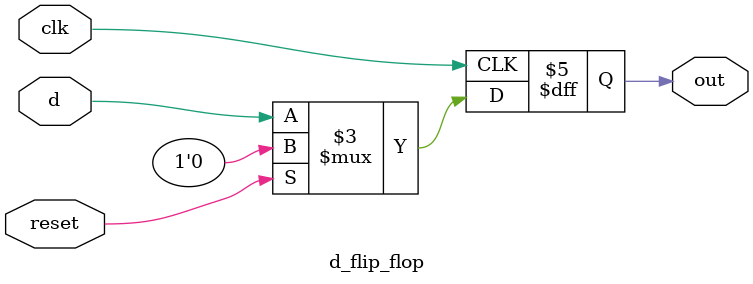
<source format=v>
`timescale 1ns/ 1ps

module d_flip_flop ( out,d ,clk ,reset );

output out ;
reg out ;

input d ;
wire d ;
input clk ;
wire clk ;
input reset ;
wire reset ;

always @ (posedge (clk)) begin
 if (reset)
  out <= 0;
 else
  out <= d ;
end

endmodule
</source>
